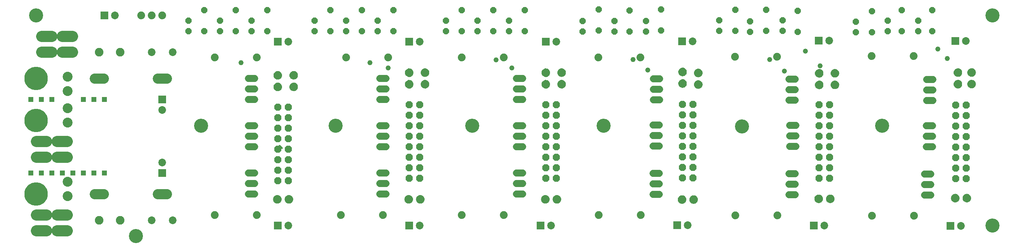
<source format=gbs>
G75*
%MOIN*%
%OFA0B0*%
%FSLAX25Y25*%
%IPPOS*%
%LPD*%
%AMOC8*
5,1,8,0,0,1.08239X$1,22.5*
%
%ADD10C,0.13398*%
%ADD11C,0.00100*%
%ADD12OC8,0.06800*%
%ADD13C,0.00500*%
%ADD14C,0.06800*%
%ADD15R,0.07300X0.07300*%
%ADD16C,0.07300*%
%ADD17C,0.07400*%
%ADD18C,0.08200*%
%ADD19C,0.09650*%
%ADD20OC8,0.06000*%
%ADD21C,0.09400*%
%ADD22C,0.22300*%
%ADD23C,0.10643*%
%ADD24C,0.04762*%
%ADD25R,0.04762X0.04762*%
D10*
X0167923Y0019500D03*
X0229923Y0124500D03*
X0357923Y0124500D03*
X0487923Y0124500D03*
X0612923Y0124500D03*
X0744723Y0123800D03*
X0877923Y0124500D03*
X0982923Y0029500D03*
X0982923Y0229500D03*
X0072923Y0229500D03*
D11*
X0303753Y0106239D02*
X0303771Y0102900D01*
X0307164Y0102846D01*
X0307173Y0103737D01*
X0304617Y0106239D01*
X0303753Y0106239D01*
X0303753Y0106190D02*
X0304667Y0106190D01*
X0304768Y0106091D02*
X0303754Y0106091D01*
X0303754Y0105993D02*
X0304868Y0105993D01*
X0304969Y0105894D02*
X0303755Y0105894D01*
X0303755Y0105796D02*
X0305070Y0105796D01*
X0305170Y0105697D02*
X0303756Y0105697D01*
X0303756Y0105599D02*
X0305271Y0105599D01*
X0305371Y0105500D02*
X0303757Y0105500D01*
X0303757Y0105402D02*
X0305472Y0105402D01*
X0305573Y0105303D02*
X0303758Y0105303D01*
X0303759Y0105205D02*
X0305673Y0105205D01*
X0305774Y0105106D02*
X0303759Y0105106D01*
X0303760Y0105008D02*
X0305875Y0105008D01*
X0305975Y0104909D02*
X0303760Y0104909D01*
X0303761Y0104811D02*
X0306076Y0104811D01*
X0306177Y0104712D02*
X0303761Y0104712D01*
X0303762Y0104614D02*
X0306277Y0104614D01*
X0306378Y0104515D02*
X0303762Y0104515D01*
X0303763Y0104417D02*
X0306478Y0104417D01*
X0306579Y0104318D02*
X0303763Y0104318D01*
X0303764Y0104220D02*
X0306680Y0104220D01*
X0306780Y0104121D02*
X0303764Y0104121D01*
X0303765Y0104023D02*
X0306881Y0104023D01*
X0306982Y0103924D02*
X0303765Y0103924D01*
X0303766Y0103826D02*
X0307082Y0103826D01*
X0307173Y0103727D02*
X0303766Y0103727D01*
X0303767Y0103629D02*
X0307172Y0103629D01*
X0307171Y0103530D02*
X0303768Y0103530D01*
X0303768Y0103432D02*
X0307170Y0103432D01*
X0307169Y0103333D02*
X0303769Y0103333D01*
X0303769Y0103235D02*
X0307168Y0103235D01*
X0307167Y0103136D02*
X0303770Y0103136D01*
X0303770Y0103038D02*
X0307166Y0103038D01*
X0307165Y0102939D02*
X0303771Y0102939D01*
D12*
X0302923Y0102000D03*
X0312923Y0102000D03*
X0312923Y0092000D03*
X0302923Y0092000D03*
X0302923Y0082000D03*
X0312923Y0082000D03*
X0312923Y0072000D03*
X0302923Y0072000D03*
X0427923Y0074500D03*
X0437923Y0074500D03*
X0437923Y0084500D03*
X0427923Y0084500D03*
X0427923Y0094500D03*
X0437923Y0094500D03*
X0437923Y0104500D03*
X0427923Y0104500D03*
X0427923Y0114500D03*
X0437923Y0114500D03*
X0437923Y0124500D03*
X0427923Y0124500D03*
X0427923Y0134500D03*
X0437923Y0134500D03*
X0437923Y0144500D03*
X0427923Y0144500D03*
X0312923Y0142000D03*
X0302923Y0142000D03*
X0302923Y0132000D03*
X0312923Y0132000D03*
X0312923Y0122000D03*
X0302923Y0122000D03*
X0302923Y0112000D03*
X0312923Y0112000D03*
X0557923Y0114500D03*
X0567923Y0114500D03*
X0567923Y0104500D03*
X0557923Y0104500D03*
X0557923Y0094500D03*
X0567923Y0094500D03*
X0567923Y0084500D03*
X0557923Y0084500D03*
X0557923Y0074500D03*
X0567923Y0074500D03*
X0688001Y0074833D03*
X0698001Y0074833D03*
X0698001Y0084833D03*
X0688001Y0084833D03*
X0688001Y0094833D03*
X0698001Y0094833D03*
X0698001Y0104833D03*
X0688001Y0104833D03*
X0688001Y0114833D03*
X0698001Y0114833D03*
X0698001Y0124833D03*
X0688001Y0124833D03*
X0688001Y0134833D03*
X0698001Y0134833D03*
X0698001Y0144833D03*
X0688001Y0144833D03*
X0567923Y0144500D03*
X0557923Y0144500D03*
X0557923Y0134500D03*
X0567923Y0134500D03*
X0567923Y0124500D03*
X0557923Y0124500D03*
X0818001Y0124532D03*
X0828001Y0124532D03*
X0828001Y0114532D03*
X0818001Y0114532D03*
X0818001Y0104532D03*
X0828001Y0104532D03*
X0828001Y0094532D03*
X0818001Y0094532D03*
X0818001Y0084532D03*
X0828001Y0084532D03*
X0828001Y0074532D03*
X0818001Y0074532D03*
X0948001Y0074231D03*
X0958001Y0074231D03*
X0958001Y0084231D03*
X0948001Y0084231D03*
X0948001Y0094231D03*
X0958001Y0094231D03*
X0958001Y0104231D03*
X0948001Y0104231D03*
X0948001Y0114231D03*
X0958001Y0114231D03*
X0958001Y0124231D03*
X0948001Y0124231D03*
X0948001Y0134231D03*
X0958001Y0134231D03*
X0958001Y0144231D03*
X0948001Y0144231D03*
X0828001Y0144532D03*
X0818001Y0144532D03*
X0818001Y0134532D03*
X0828001Y0134532D03*
D13*
X0832201Y0159746D02*
X0831511Y0159964D01*
X0830877Y0160312D01*
X0830323Y0160777D01*
X0829870Y0161341D01*
X0829536Y0161983D01*
X0829334Y0162677D01*
X0829271Y0163398D01*
X0829332Y0164123D01*
X0829534Y0164821D01*
X0829868Y0165467D01*
X0830322Y0166036D01*
X0830878Y0166505D01*
X0831515Y0166856D01*
X0832208Y0167076D01*
X0832931Y0167157D01*
X0833591Y0167108D01*
X0834232Y0166944D01*
X0834834Y0166672D01*
X0835381Y0166299D01*
X0835854Y0165837D01*
X0836240Y0165299D01*
X0836527Y0164703D01*
X0836706Y0164066D01*
X0836771Y0163408D01*
X0836704Y0162750D01*
X0836523Y0162113D01*
X0836235Y0161518D01*
X0835848Y0160981D01*
X0835373Y0160520D01*
X0834826Y0160149D01*
X0834222Y0159878D01*
X0833580Y0159716D01*
X0832921Y0159668D01*
X0832201Y0159746D01*
X0831299Y0160080D02*
X0834673Y0160080D01*
X0835433Y0160579D02*
X0830559Y0160579D01*
X0830082Y0161077D02*
X0835917Y0161077D01*
X0836263Y0161576D02*
X0829748Y0161576D01*
X0829509Y0162074D02*
X0836504Y0162074D01*
X0836654Y0162573D02*
X0829364Y0162573D01*
X0829299Y0163071D02*
X0836737Y0163071D01*
X0836755Y0163570D02*
X0829285Y0163570D01*
X0829328Y0164068D02*
X0836705Y0164068D01*
X0836565Y0164567D02*
X0829460Y0164567D01*
X0829660Y0165065D02*
X0836353Y0165065D01*
X0836050Y0165564D02*
X0829945Y0165564D01*
X0830354Y0166062D02*
X0835623Y0166062D01*
X0834997Y0166561D02*
X0830980Y0166561D01*
X0832154Y0167059D02*
X0833780Y0167059D01*
X0833580Y0170736D02*
X0832921Y0170688D01*
X0832201Y0170766D01*
X0831511Y0170984D01*
X0830877Y0171332D01*
X0830323Y0171797D01*
X0829870Y0172361D01*
X0829536Y0173003D01*
X0829334Y0173697D01*
X0829271Y0174418D01*
X0829332Y0175143D01*
X0829534Y0175842D01*
X0829868Y0176488D01*
X0830322Y0177056D01*
X0830878Y0177525D01*
X0831515Y0177876D01*
X0832208Y0178097D01*
X0832931Y0178178D01*
X0833591Y0178128D01*
X0834232Y0177964D01*
X0834834Y0177692D01*
X0835381Y0177319D01*
X0835854Y0176857D01*
X0836240Y0176319D01*
X0836527Y0175723D01*
X0836706Y0175086D01*
X0836771Y0174428D01*
X0836704Y0173770D01*
X0836523Y0173133D01*
X0836235Y0172538D01*
X0835848Y0172001D01*
X0835373Y0171540D01*
X0834826Y0171169D01*
X0834222Y0170898D01*
X0833580Y0170736D01*
X0834555Y0171047D02*
X0831395Y0171047D01*
X0830622Y0171546D02*
X0835379Y0171546D01*
X0835879Y0172044D02*
X0830124Y0172044D01*
X0829775Y0172543D02*
X0836238Y0172543D01*
X0836479Y0173041D02*
X0829525Y0173041D01*
X0829379Y0173540D02*
X0836639Y0173540D01*
X0836731Y0174039D02*
X0829304Y0174039D01*
X0829281Y0174537D02*
X0836760Y0174537D01*
X0836711Y0175036D02*
X0829323Y0175036D01*
X0829445Y0175534D02*
X0836580Y0175534D01*
X0836378Y0176033D02*
X0829633Y0176033D01*
X0829903Y0176531D02*
X0836088Y0176531D01*
X0835677Y0177030D02*
X0830301Y0177030D01*
X0830884Y0177528D02*
X0835074Y0177528D01*
X0833987Y0178027D02*
X0831988Y0178027D01*
X0821668Y0175119D02*
X0821731Y0174398D01*
X0821670Y0173673D01*
X0821468Y0172975D01*
X0821134Y0172329D01*
X0820680Y0171760D01*
X0820124Y0171291D01*
X0819487Y0170940D01*
X0818794Y0170720D01*
X0818071Y0170639D01*
X0817411Y0170688D01*
X0816770Y0170852D01*
X0816167Y0171124D01*
X0815621Y0171497D01*
X0815148Y0171959D01*
X0814762Y0172497D01*
X0814475Y0173093D01*
X0814296Y0173730D01*
X0814231Y0174388D01*
X0814298Y0175046D01*
X0814479Y0175683D01*
X0814767Y0176278D01*
X0815154Y0176815D01*
X0815629Y0177276D01*
X0816176Y0177647D01*
X0816780Y0177918D01*
X0817421Y0178080D01*
X0818081Y0178128D01*
X0818800Y0178050D01*
X0819490Y0177832D01*
X0820125Y0177484D01*
X0820679Y0177019D01*
X0821132Y0176455D01*
X0821466Y0175813D01*
X0821668Y0175119D01*
X0821676Y0175036D02*
X0814297Y0175036D01*
X0814246Y0174537D02*
X0821719Y0174537D01*
X0821701Y0174039D02*
X0814266Y0174039D01*
X0814350Y0173540D02*
X0821631Y0173540D01*
X0821487Y0173041D02*
X0814500Y0173041D01*
X0814740Y0172543D02*
X0821245Y0172543D01*
X0820907Y0172044D02*
X0815087Y0172044D01*
X0815571Y0171546D02*
X0820426Y0171546D01*
X0819682Y0171047D02*
X0816337Y0171047D01*
X0817418Y0167059D02*
X0818528Y0167059D01*
X0818800Y0167030D02*
X0819490Y0166812D01*
X0820125Y0166464D01*
X0820679Y0165999D01*
X0821132Y0165435D01*
X0821466Y0164793D01*
X0821668Y0164099D01*
X0821731Y0163378D01*
X0821670Y0162653D01*
X0821468Y0161954D01*
X0821134Y0161308D01*
X0820680Y0160740D01*
X0820124Y0160271D01*
X0819487Y0159920D01*
X0818794Y0159699D01*
X0818071Y0159618D01*
X0817411Y0159668D01*
X0816770Y0159832D01*
X0816167Y0160104D01*
X0815621Y0160477D01*
X0815148Y0160939D01*
X0814762Y0161477D01*
X0814475Y0162073D01*
X0814296Y0162710D01*
X0814231Y0163368D01*
X0814298Y0164026D01*
X0814479Y0164663D01*
X0814767Y0165258D01*
X0815154Y0165795D01*
X0815629Y0166256D01*
X0816176Y0166627D01*
X0816780Y0166898D01*
X0817421Y0167060D01*
X0818081Y0167108D01*
X0818800Y0167030D01*
X0819949Y0166561D02*
X0816078Y0166561D01*
X0815430Y0166062D02*
X0820604Y0166062D01*
X0821029Y0165564D02*
X0814987Y0165564D01*
X0814673Y0165065D02*
X0821324Y0165065D01*
X0821532Y0164567D02*
X0814451Y0164567D01*
X0814310Y0164068D02*
X0821671Y0164068D01*
X0821714Y0163570D02*
X0814251Y0163570D01*
X0814260Y0163071D02*
X0821705Y0163071D01*
X0821646Y0162573D02*
X0814335Y0162573D01*
X0814475Y0162074D02*
X0821502Y0162074D01*
X0821272Y0161576D02*
X0814714Y0161576D01*
X0815049Y0161077D02*
X0820949Y0161077D01*
X0820488Y0160579D02*
X0815517Y0160579D01*
X0816220Y0160080D02*
X0819777Y0160080D01*
X0821547Y0175534D02*
X0814436Y0175534D01*
X0814648Y0176033D02*
X0821352Y0176033D01*
X0821071Y0176531D02*
X0814949Y0176531D01*
X0815375Y0177030D02*
X0820667Y0177030D01*
X0820045Y0177528D02*
X0816000Y0177528D01*
X0817209Y0178027D02*
X0818874Y0178027D01*
X0706771Y0174729D02*
X0706704Y0174071D01*
X0706523Y0173434D01*
X0706235Y0172839D01*
X0705848Y0172302D01*
X0705373Y0171841D01*
X0704826Y0171470D01*
X0704222Y0171199D01*
X0703580Y0171037D01*
X0702921Y0170989D01*
X0702201Y0171067D01*
X0701511Y0171285D01*
X0700877Y0171633D01*
X0700323Y0172098D01*
X0699870Y0172662D01*
X0699536Y0173304D01*
X0699334Y0173998D01*
X0699271Y0174719D01*
X0699332Y0175444D01*
X0699534Y0176143D01*
X0699868Y0176789D01*
X0700322Y0177357D01*
X0700878Y0177826D01*
X0701515Y0178177D01*
X0702208Y0178398D01*
X0702931Y0178479D01*
X0703591Y0178429D01*
X0704232Y0178265D01*
X0704834Y0177993D01*
X0705381Y0177620D01*
X0705854Y0177158D01*
X0706240Y0176620D01*
X0706527Y0176024D01*
X0706706Y0175387D01*
X0706771Y0174729D01*
X0706751Y0174537D02*
X0699287Y0174537D01*
X0699298Y0175036D02*
X0706741Y0175036D01*
X0706664Y0175534D02*
X0699358Y0175534D01*
X0699502Y0176033D02*
X0706523Y0176033D01*
X0706283Y0176531D02*
X0699735Y0176531D01*
X0700061Y0177030D02*
X0705946Y0177030D01*
X0705475Y0177528D02*
X0700525Y0177528D01*
X0701242Y0178027D02*
X0704760Y0178027D01*
X0706695Y0174039D02*
X0699330Y0174039D01*
X0699467Y0173540D02*
X0706553Y0173540D01*
X0706333Y0173041D02*
X0699672Y0173041D01*
X0699965Y0172543D02*
X0706021Y0172543D01*
X0705582Y0172044D02*
X0700386Y0172044D01*
X0701035Y0171546D02*
X0704938Y0171546D01*
X0703622Y0171047D02*
X0702384Y0171047D01*
X0702931Y0167458D02*
X0703591Y0167409D01*
X0704232Y0167245D01*
X0704834Y0166973D01*
X0705381Y0166600D01*
X0705854Y0166138D01*
X0706240Y0165600D01*
X0706527Y0165004D01*
X0706706Y0164367D01*
X0706771Y0163709D01*
X0706704Y0163051D01*
X0706523Y0162414D01*
X0706235Y0161819D01*
X0705848Y0161282D01*
X0705373Y0160821D01*
X0704826Y0160450D01*
X0704222Y0160179D01*
X0703580Y0160017D01*
X0702921Y0159969D01*
X0702201Y0160047D01*
X0701511Y0160265D01*
X0700877Y0160613D01*
X0700323Y0161078D01*
X0699870Y0161642D01*
X0699536Y0162284D01*
X0699334Y0162978D01*
X0699271Y0163699D01*
X0699332Y0164424D01*
X0699534Y0165122D01*
X0699868Y0165768D01*
X0700322Y0166337D01*
X0700878Y0166806D01*
X0701515Y0167157D01*
X0702208Y0167377D01*
X0702931Y0167458D01*
X0701338Y0167059D02*
X0704643Y0167059D01*
X0705421Y0166561D02*
X0700588Y0166561D01*
X0700103Y0166062D02*
X0705908Y0166062D01*
X0706258Y0165564D02*
X0699762Y0165564D01*
X0699517Y0165065D02*
X0706497Y0165065D01*
X0706650Y0164567D02*
X0699374Y0164567D01*
X0699302Y0164068D02*
X0706735Y0164068D01*
X0706757Y0163570D02*
X0699282Y0163570D01*
X0699325Y0163071D02*
X0706706Y0163071D01*
X0706568Y0162573D02*
X0699452Y0162573D01*
X0699645Y0162074D02*
X0706359Y0162074D01*
X0706060Y0161576D02*
X0699923Y0161576D01*
X0700323Y0161077D02*
X0705637Y0161077D01*
X0705016Y0160579D02*
X0700939Y0160579D01*
X0702097Y0160080D02*
X0703832Y0160080D01*
X0691559Y0163570D02*
X0684420Y0163570D01*
X0684475Y0163374D02*
X0684296Y0164011D01*
X0684231Y0164669D01*
X0684298Y0165327D01*
X0684479Y0165964D01*
X0684767Y0166559D01*
X0685154Y0167096D01*
X0685629Y0167557D01*
X0686176Y0167928D01*
X0686780Y0168199D01*
X0687421Y0168361D01*
X0688081Y0168409D01*
X0688800Y0168331D01*
X0689490Y0168113D01*
X0690125Y0167765D01*
X0690679Y0167300D01*
X0691132Y0166736D01*
X0691466Y0166094D01*
X0691668Y0165400D01*
X0691731Y0164679D01*
X0691670Y0163954D01*
X0691468Y0163255D01*
X0691134Y0162609D01*
X0690680Y0162041D01*
X0690124Y0161572D01*
X0689487Y0161221D01*
X0688794Y0161000D01*
X0688071Y0160919D01*
X0687411Y0160969D01*
X0686770Y0161133D01*
X0686167Y0161405D01*
X0685621Y0161778D01*
X0685148Y0162240D01*
X0684762Y0162778D01*
X0684475Y0163374D01*
X0684621Y0163071D02*
X0691373Y0163071D01*
X0691104Y0162573D02*
X0684909Y0162573D01*
X0685318Y0162074D02*
X0690706Y0162074D01*
X0690128Y0161576D02*
X0685917Y0161576D01*
X0686988Y0161077D02*
X0689035Y0161077D01*
X0691679Y0164068D02*
X0684291Y0164068D01*
X0684241Y0164567D02*
X0691722Y0164567D01*
X0691697Y0165065D02*
X0684271Y0165065D01*
X0684365Y0165564D02*
X0691620Y0165564D01*
X0691475Y0166062D02*
X0684526Y0166062D01*
X0684768Y0166561D02*
X0691223Y0166561D01*
X0690872Y0167059D02*
X0685128Y0167059D01*
X0685630Y0167558D02*
X0690372Y0167558D01*
X0689594Y0168056D02*
X0686462Y0168056D01*
X0687411Y0171989D02*
X0686770Y0172153D01*
X0686167Y0172425D01*
X0685621Y0172798D01*
X0685148Y0173260D01*
X0684762Y0173798D01*
X0684475Y0174394D01*
X0684296Y0175031D01*
X0684231Y0175689D01*
X0684298Y0176347D01*
X0684479Y0176984D01*
X0684767Y0177579D01*
X0685154Y0178116D01*
X0685629Y0178577D01*
X0686176Y0178948D01*
X0686780Y0179219D01*
X0687421Y0179381D01*
X0688081Y0179429D01*
X0688800Y0179351D01*
X0689490Y0179133D01*
X0690125Y0178785D01*
X0690679Y0178320D01*
X0691132Y0177756D01*
X0691466Y0177114D01*
X0691668Y0176420D01*
X0691731Y0175699D01*
X0691670Y0174974D01*
X0691468Y0174276D01*
X0691134Y0173630D01*
X0690680Y0173061D01*
X0690124Y0172592D01*
X0689487Y0172241D01*
X0688794Y0172021D01*
X0688071Y0171940D01*
X0687411Y0171989D01*
X0687195Y0172044D02*
X0688869Y0172044D01*
X0690034Y0172543D02*
X0685995Y0172543D01*
X0685372Y0173041D02*
X0690656Y0173041D01*
X0691062Y0173540D02*
X0684947Y0173540D01*
X0684646Y0174039D02*
X0691345Y0174039D01*
X0691543Y0174537D02*
X0684435Y0174537D01*
X0684296Y0175036D02*
X0691675Y0175036D01*
X0691717Y0175534D02*
X0684246Y0175534D01*
X0684266Y0176033D02*
X0691702Y0176033D01*
X0691636Y0176531D02*
X0684350Y0176531D01*
X0684501Y0177030D02*
X0691491Y0177030D01*
X0691251Y0177528D02*
X0684742Y0177528D01*
X0685090Y0178027D02*
X0690915Y0178027D01*
X0690435Y0178525D02*
X0685576Y0178525D01*
X0686344Y0179024D02*
X0689690Y0179024D01*
X0576693Y0175030D02*
X0576626Y0174372D01*
X0576445Y0173735D01*
X0576157Y0173140D01*
X0575770Y0172603D01*
X0575295Y0172142D01*
X0574748Y0171771D01*
X0574144Y0171500D01*
X0573502Y0171338D01*
X0572843Y0171290D01*
X0572123Y0171368D01*
X0571433Y0171586D01*
X0570799Y0171934D01*
X0570245Y0172399D01*
X0569792Y0172963D01*
X0569458Y0173605D01*
X0569256Y0174299D01*
X0569193Y0175020D01*
X0569254Y0175745D01*
X0569456Y0176444D01*
X0569790Y0177090D01*
X0570244Y0177658D01*
X0570800Y0178127D01*
X0571437Y0178478D01*
X0572130Y0178699D01*
X0572853Y0178780D01*
X0573513Y0178730D01*
X0574154Y0178566D01*
X0574756Y0178294D01*
X0575303Y0177921D01*
X0575776Y0177459D01*
X0576162Y0176921D01*
X0576449Y0176325D01*
X0576628Y0175688D01*
X0576693Y0175030D01*
X0576692Y0175036D02*
X0569194Y0175036D01*
X0569236Y0175534D02*
X0576643Y0175534D01*
X0576531Y0176033D02*
X0569337Y0176033D01*
X0569501Y0176531D02*
X0576350Y0176531D01*
X0576084Y0177030D02*
X0569759Y0177030D01*
X0570140Y0177528D02*
X0575705Y0177528D01*
X0575148Y0178027D02*
X0570681Y0178027D01*
X0571585Y0178525D02*
X0574245Y0178525D01*
X0576643Y0174537D02*
X0569235Y0174537D01*
X0569332Y0174039D02*
X0576531Y0174039D01*
X0576351Y0173540D02*
X0569492Y0173540D01*
X0569751Y0173041D02*
X0576086Y0173041D01*
X0575708Y0172543D02*
X0570129Y0172543D01*
X0570667Y0172044D02*
X0575151Y0172044D01*
X0574247Y0171546D02*
X0571560Y0171546D01*
X0561592Y0174275D02*
X0561390Y0173577D01*
X0561056Y0172931D01*
X0560602Y0172362D01*
X0560046Y0171893D01*
X0559409Y0171542D01*
X0558716Y0171322D01*
X0557993Y0171241D01*
X0557333Y0171290D01*
X0556692Y0171454D01*
X0556089Y0171726D01*
X0555543Y0172099D01*
X0555070Y0172561D01*
X0554684Y0173099D01*
X0554397Y0173695D01*
X0554218Y0174332D01*
X0554153Y0174990D01*
X0554220Y0175648D01*
X0554401Y0176285D01*
X0554689Y0176880D01*
X0555076Y0177417D01*
X0555551Y0177878D01*
X0556098Y0178249D01*
X0556702Y0178520D01*
X0557343Y0178682D01*
X0558003Y0178730D01*
X0558722Y0178652D01*
X0559412Y0178434D01*
X0560047Y0178086D01*
X0560601Y0177621D01*
X0561054Y0177057D01*
X0561388Y0176415D01*
X0561590Y0175721D01*
X0561653Y0175000D01*
X0561592Y0174275D01*
X0561523Y0174039D02*
X0554301Y0174039D01*
X0554198Y0174537D02*
X0561614Y0174537D01*
X0561650Y0175036D02*
X0554157Y0175036D01*
X0554208Y0175534D02*
X0561607Y0175534D01*
X0561499Y0176033D02*
X0554329Y0176033D01*
X0554520Y0176531D02*
X0561328Y0176531D01*
X0561068Y0177030D02*
X0554797Y0177030D01*
X0555191Y0177528D02*
X0560676Y0177528D01*
X0560118Y0178027D02*
X0555770Y0178027D01*
X0556721Y0178525D02*
X0559124Y0178525D01*
X0561371Y0173540D02*
X0554472Y0173540D01*
X0554725Y0173041D02*
X0561113Y0173041D01*
X0560746Y0172543D02*
X0555088Y0172543D01*
X0555623Y0172044D02*
X0560225Y0172044D01*
X0559416Y0171546D02*
X0556488Y0171546D01*
X0557343Y0167662D02*
X0558003Y0167710D01*
X0558722Y0167632D01*
X0559412Y0167414D01*
X0560047Y0167066D01*
X0560601Y0166601D01*
X0561054Y0166037D01*
X0561388Y0165395D01*
X0561590Y0164701D01*
X0561653Y0163980D01*
X0561592Y0163255D01*
X0561390Y0162556D01*
X0561056Y0161910D01*
X0560602Y0161342D01*
X0560046Y0160873D01*
X0559409Y0160522D01*
X0558716Y0160301D01*
X0557993Y0160220D01*
X0557333Y0160270D01*
X0556692Y0160434D01*
X0556089Y0160706D01*
X0555543Y0161079D01*
X0555070Y0161541D01*
X0554684Y0162079D01*
X0554397Y0162675D01*
X0554218Y0163312D01*
X0554153Y0163970D01*
X0554220Y0164628D01*
X0554401Y0165265D01*
X0554689Y0165860D01*
X0555076Y0166397D01*
X0555551Y0166858D01*
X0556098Y0167229D01*
X0556702Y0167500D01*
X0557343Y0167662D01*
X0556930Y0167558D02*
X0558956Y0167558D01*
X0560055Y0167059D02*
X0555848Y0167059D01*
X0555245Y0166561D02*
X0560633Y0166561D01*
X0561034Y0166062D02*
X0554835Y0166062D01*
X0554545Y0165564D02*
X0561300Y0165564D01*
X0561484Y0165065D02*
X0554344Y0165065D01*
X0554214Y0164567D02*
X0561602Y0164567D01*
X0561646Y0164068D02*
X0554163Y0164068D01*
X0554193Y0163570D02*
X0561618Y0163570D01*
X0561539Y0163071D02*
X0554286Y0163071D01*
X0554446Y0162573D02*
X0561395Y0162573D01*
X0561140Y0162074D02*
X0554687Y0162074D01*
X0555045Y0161576D02*
X0560788Y0161576D01*
X0560288Y0161077D02*
X0555546Y0161077D01*
X0556371Y0160579D02*
X0559512Y0160579D01*
X0569256Y0163279D02*
X0569193Y0164000D01*
X0569254Y0164725D01*
X0569456Y0165423D01*
X0569790Y0166069D01*
X0570244Y0166638D01*
X0570800Y0167107D01*
X0571437Y0167458D01*
X0572130Y0167678D01*
X0572853Y0167759D01*
X0573513Y0167710D01*
X0574154Y0167546D01*
X0574756Y0167274D01*
X0575303Y0166901D01*
X0575776Y0166439D01*
X0576162Y0165901D01*
X0576449Y0165305D01*
X0576628Y0164668D01*
X0576693Y0164010D01*
X0576626Y0163352D01*
X0576445Y0162715D01*
X0576157Y0162120D01*
X0575770Y0161583D01*
X0575295Y0161122D01*
X0574748Y0160751D01*
X0574144Y0160480D01*
X0573502Y0160318D01*
X0572843Y0160270D01*
X0572123Y0160348D01*
X0571433Y0160566D01*
X0570799Y0160914D01*
X0570245Y0161379D01*
X0569792Y0161943D01*
X0569458Y0162585D01*
X0569256Y0163279D01*
X0569316Y0163071D02*
X0576546Y0163071D01*
X0576648Y0163570D02*
X0569230Y0163570D01*
X0569198Y0164068D02*
X0576687Y0164068D01*
X0576638Y0164567D02*
X0569241Y0164567D01*
X0569353Y0165065D02*
X0576516Y0165065D01*
X0576324Y0165564D02*
X0569529Y0165564D01*
X0569787Y0166062D02*
X0576046Y0166062D01*
X0575651Y0166561D02*
X0570183Y0166561D01*
X0570744Y0167059D02*
X0575071Y0167059D01*
X0574108Y0167558D02*
X0571751Y0167558D01*
X0569464Y0162573D02*
X0576376Y0162573D01*
X0576124Y0162074D02*
X0569724Y0162074D01*
X0570087Y0161576D02*
X0575762Y0161576D01*
X0575229Y0161077D02*
X0570604Y0161077D01*
X0571410Y0160579D02*
X0574365Y0160579D01*
X0446693Y0164010D02*
X0446626Y0163352D01*
X0446445Y0162715D01*
X0446157Y0162120D01*
X0445770Y0161583D01*
X0445295Y0161122D01*
X0444748Y0160751D01*
X0444144Y0160480D01*
X0443502Y0160318D01*
X0442843Y0160270D01*
X0442123Y0160348D01*
X0441433Y0160566D01*
X0440799Y0160914D01*
X0440245Y0161379D01*
X0439792Y0161943D01*
X0439458Y0162585D01*
X0439256Y0163279D01*
X0439193Y0164000D01*
X0439254Y0164725D01*
X0439456Y0165423D01*
X0439790Y0166069D01*
X0440244Y0166638D01*
X0440800Y0167107D01*
X0441437Y0167458D01*
X0442130Y0167678D01*
X0442853Y0167759D01*
X0443513Y0167710D01*
X0444154Y0167546D01*
X0444756Y0167274D01*
X0445303Y0166901D01*
X0445776Y0166439D01*
X0446162Y0165901D01*
X0446449Y0165305D01*
X0446628Y0164668D01*
X0446693Y0164010D01*
X0446687Y0164068D02*
X0439198Y0164068D01*
X0439230Y0163570D02*
X0446648Y0163570D01*
X0446546Y0163071D02*
X0439316Y0163071D01*
X0439464Y0162573D02*
X0446376Y0162573D01*
X0446124Y0162074D02*
X0439724Y0162074D01*
X0440087Y0161576D02*
X0445762Y0161576D01*
X0445229Y0161077D02*
X0440604Y0161077D01*
X0441410Y0160579D02*
X0444365Y0160579D01*
X0431592Y0163255D02*
X0431390Y0162556D01*
X0431056Y0161910D01*
X0430602Y0161342D01*
X0430046Y0160873D01*
X0429409Y0160522D01*
X0428716Y0160301D01*
X0427993Y0160220D01*
X0427333Y0160270D01*
X0426692Y0160434D01*
X0426089Y0160706D01*
X0425543Y0161079D01*
X0425070Y0161541D01*
X0424684Y0162079D01*
X0424397Y0162675D01*
X0424218Y0163312D01*
X0424153Y0163970D01*
X0424220Y0164628D01*
X0424401Y0165265D01*
X0424689Y0165860D01*
X0425076Y0166397D01*
X0425551Y0166858D01*
X0426098Y0167229D01*
X0426702Y0167500D01*
X0427343Y0167662D01*
X0428003Y0167710D01*
X0428722Y0167632D01*
X0429412Y0167414D01*
X0430047Y0167066D01*
X0430601Y0166601D01*
X0431054Y0166037D01*
X0431388Y0165395D01*
X0431590Y0164701D01*
X0431653Y0163980D01*
X0431592Y0163255D01*
X0431539Y0163071D02*
X0424286Y0163071D01*
X0424193Y0163570D02*
X0431618Y0163570D01*
X0431646Y0164068D02*
X0424163Y0164068D01*
X0424214Y0164567D02*
X0431602Y0164567D01*
X0431484Y0165065D02*
X0424344Y0165065D01*
X0424545Y0165564D02*
X0431300Y0165564D01*
X0431034Y0166062D02*
X0424835Y0166062D01*
X0425245Y0166561D02*
X0430633Y0166561D01*
X0430055Y0167059D02*
X0425848Y0167059D01*
X0426930Y0167558D02*
X0428956Y0167558D01*
X0428716Y0171322D02*
X0427993Y0171241D01*
X0427333Y0171290D01*
X0426692Y0171454D01*
X0426089Y0171726D01*
X0425543Y0172099D01*
X0425070Y0172561D01*
X0424684Y0173099D01*
X0424397Y0173695D01*
X0424218Y0174332D01*
X0424153Y0174990D01*
X0424220Y0175648D01*
X0424401Y0176285D01*
X0424689Y0176880D01*
X0425076Y0177417D01*
X0425551Y0177878D01*
X0426098Y0178249D01*
X0426702Y0178520D01*
X0427343Y0178682D01*
X0428003Y0178730D01*
X0428722Y0178652D01*
X0429412Y0178434D01*
X0430047Y0178086D01*
X0430601Y0177621D01*
X0431054Y0177057D01*
X0431388Y0176415D01*
X0431590Y0175721D01*
X0431653Y0175000D01*
X0431592Y0174275D01*
X0431390Y0173577D01*
X0431056Y0172931D01*
X0430602Y0172362D01*
X0430046Y0171893D01*
X0429409Y0171542D01*
X0428716Y0171322D01*
X0429416Y0171546D02*
X0426488Y0171546D01*
X0425623Y0172044D02*
X0430225Y0172044D01*
X0430746Y0172543D02*
X0425088Y0172543D01*
X0424725Y0173041D02*
X0431113Y0173041D01*
X0431371Y0173540D02*
X0424472Y0173540D01*
X0424301Y0174039D02*
X0431523Y0174039D01*
X0431614Y0174537D02*
X0424198Y0174537D01*
X0424157Y0175036D02*
X0431650Y0175036D01*
X0431607Y0175534D02*
X0424208Y0175534D01*
X0424329Y0176033D02*
X0431499Y0176033D01*
X0431328Y0176531D02*
X0424520Y0176531D01*
X0424797Y0177030D02*
X0431068Y0177030D01*
X0430676Y0177528D02*
X0425191Y0177528D01*
X0425770Y0178027D02*
X0430118Y0178027D01*
X0429124Y0178525D02*
X0426721Y0178525D01*
X0439254Y0175745D02*
X0439456Y0176444D01*
X0439790Y0177090D01*
X0440244Y0177658D01*
X0440800Y0178127D01*
X0441437Y0178478D01*
X0442130Y0178699D01*
X0442853Y0178780D01*
X0443513Y0178730D01*
X0444154Y0178566D01*
X0444756Y0178294D01*
X0445303Y0177921D01*
X0445776Y0177459D01*
X0446162Y0176921D01*
X0446449Y0176325D01*
X0446628Y0175688D01*
X0446693Y0175030D01*
X0446626Y0174372D01*
X0446445Y0173735D01*
X0446157Y0173140D01*
X0445770Y0172603D01*
X0445295Y0172142D01*
X0444748Y0171771D01*
X0444144Y0171500D01*
X0443502Y0171338D01*
X0442843Y0171290D01*
X0442123Y0171368D01*
X0441433Y0171586D01*
X0440799Y0171934D01*
X0440245Y0172399D01*
X0439792Y0172963D01*
X0439458Y0173605D01*
X0439256Y0174299D01*
X0439193Y0175020D01*
X0439254Y0175745D01*
X0439236Y0175534D02*
X0446643Y0175534D01*
X0446692Y0175036D02*
X0439194Y0175036D01*
X0439235Y0174537D02*
X0446643Y0174537D01*
X0446531Y0174039D02*
X0439332Y0174039D01*
X0439492Y0173540D02*
X0446351Y0173540D01*
X0446086Y0173041D02*
X0439751Y0173041D01*
X0440129Y0172543D02*
X0445708Y0172543D01*
X0445151Y0172044D02*
X0440667Y0172044D01*
X0441560Y0171546D02*
X0444247Y0171546D01*
X0446531Y0176033D02*
X0439337Y0176033D01*
X0439501Y0176531D02*
X0446350Y0176531D01*
X0446084Y0177030D02*
X0439759Y0177030D01*
X0440140Y0177528D02*
X0445705Y0177528D01*
X0445148Y0178027D02*
X0440681Y0178027D01*
X0441585Y0178525D02*
X0444245Y0178525D01*
X0444108Y0167558D02*
X0441751Y0167558D01*
X0440744Y0167059D02*
X0445071Y0167059D01*
X0445651Y0166561D02*
X0440183Y0166561D01*
X0439787Y0166062D02*
X0446046Y0166062D01*
X0446324Y0165564D02*
X0439529Y0165564D01*
X0439353Y0165065D02*
X0446516Y0165065D01*
X0446638Y0164567D02*
X0439241Y0164567D01*
X0431395Y0162573D02*
X0424446Y0162573D01*
X0424687Y0162074D02*
X0431140Y0162074D01*
X0430788Y0161576D02*
X0425045Y0161576D01*
X0425546Y0161077D02*
X0430288Y0161077D01*
X0429512Y0160579D02*
X0426371Y0160579D01*
X0321693Y0161510D02*
X0321626Y0160852D01*
X0321445Y0160215D01*
X0321157Y0159620D01*
X0320770Y0159083D01*
X0320295Y0158622D01*
X0319748Y0158251D01*
X0319144Y0157980D01*
X0318502Y0157818D01*
X0317843Y0157770D01*
X0317123Y0157848D01*
X0316433Y0158066D01*
X0315799Y0158414D01*
X0315245Y0158879D01*
X0314792Y0159443D01*
X0314458Y0160085D01*
X0314256Y0160779D01*
X0314193Y0161500D01*
X0314254Y0162225D01*
X0314456Y0162923D01*
X0314790Y0163569D01*
X0315244Y0164138D01*
X0315800Y0164607D01*
X0316437Y0164958D01*
X0317130Y0165178D01*
X0317853Y0165259D01*
X0318513Y0165210D01*
X0319154Y0165046D01*
X0319756Y0164774D01*
X0320303Y0164401D01*
X0320776Y0163939D01*
X0321162Y0163401D01*
X0321449Y0162805D01*
X0321628Y0162168D01*
X0321693Y0161510D01*
X0321686Y0161576D02*
X0314199Y0161576D01*
X0314230Y0161077D02*
X0321649Y0161077D01*
X0321548Y0160579D02*
X0314314Y0160579D01*
X0314460Y0160080D02*
X0321380Y0160080D01*
X0321130Y0159582D02*
X0314720Y0159582D01*
X0315081Y0159083D02*
X0320770Y0159083D01*
X0320240Y0158585D02*
X0315595Y0158585D01*
X0316396Y0158086D02*
X0319381Y0158086D01*
X0306592Y0160755D02*
X0306390Y0160056D01*
X0306056Y0159410D01*
X0305602Y0158842D01*
X0305046Y0158373D01*
X0304409Y0158022D01*
X0303716Y0157801D01*
X0302993Y0157720D01*
X0302333Y0157770D01*
X0301692Y0157934D01*
X0301089Y0158206D01*
X0300543Y0158579D01*
X0300070Y0159041D01*
X0299684Y0159579D01*
X0299397Y0160175D01*
X0299218Y0160812D01*
X0299153Y0161470D01*
X0299220Y0162128D01*
X0299401Y0162765D01*
X0299689Y0163360D01*
X0300076Y0163897D01*
X0300551Y0164358D01*
X0301098Y0164729D01*
X0301702Y0165000D01*
X0302343Y0165162D01*
X0303003Y0165210D01*
X0303722Y0165132D01*
X0304412Y0164914D01*
X0305047Y0164566D01*
X0305601Y0164101D01*
X0306054Y0163537D01*
X0306388Y0162895D01*
X0306590Y0162201D01*
X0306653Y0161480D01*
X0306592Y0160755D01*
X0306541Y0160579D02*
X0299284Y0160579D01*
X0299192Y0161077D02*
X0306619Y0161077D01*
X0306645Y0161576D02*
X0299164Y0161576D01*
X0299215Y0162074D02*
X0306601Y0162074D01*
X0306482Y0162573D02*
X0299346Y0162573D01*
X0299549Y0163071D02*
X0306296Y0163071D01*
X0306028Y0163570D02*
X0299840Y0163570D01*
X0300253Y0164068D02*
X0305627Y0164068D01*
X0305046Y0164567D02*
X0300859Y0164567D01*
X0301960Y0165065D02*
X0303933Y0165065D01*
X0303716Y0168822D02*
X0302993Y0168741D01*
X0302333Y0168790D01*
X0301692Y0168954D01*
X0301089Y0169226D01*
X0300543Y0169599D01*
X0300070Y0170061D01*
X0299684Y0170599D01*
X0299397Y0171195D01*
X0299218Y0171832D01*
X0299153Y0172490D01*
X0299220Y0173148D01*
X0299401Y0173785D01*
X0299689Y0174380D01*
X0300076Y0174917D01*
X0300551Y0175378D01*
X0301098Y0175749D01*
X0301702Y0176020D01*
X0302343Y0176182D01*
X0303003Y0176230D01*
X0303722Y0176152D01*
X0304412Y0175934D01*
X0305047Y0175586D01*
X0305601Y0175121D01*
X0306054Y0174557D01*
X0306388Y0173915D01*
X0306590Y0173221D01*
X0306653Y0172500D01*
X0306592Y0171775D01*
X0306390Y0171077D01*
X0306056Y0170431D01*
X0305602Y0169862D01*
X0305046Y0169393D01*
X0304409Y0169042D01*
X0303716Y0168822D01*
X0304430Y0169053D02*
X0301472Y0169053D01*
X0300612Y0169552D02*
X0305234Y0169552D01*
X0305752Y0170050D02*
X0300081Y0170050D01*
X0299720Y0170549D02*
X0306117Y0170549D01*
X0306375Y0171047D02*
X0299468Y0171047D01*
X0299299Y0171546D02*
X0306525Y0171546D01*
X0306615Y0172044D02*
X0299197Y0172044D01*
X0299158Y0172543D02*
X0306649Y0172543D01*
X0306606Y0173041D02*
X0299209Y0173041D01*
X0299331Y0173540D02*
X0306497Y0173540D01*
X0306324Y0174039D02*
X0299523Y0174039D01*
X0299802Y0174537D02*
X0306064Y0174537D01*
X0305670Y0175036D02*
X0300198Y0175036D01*
X0300781Y0175534D02*
X0305109Y0175534D01*
X0304101Y0176033D02*
X0301750Y0176033D01*
X0314254Y0173245D02*
X0314456Y0173944D01*
X0314790Y0174590D01*
X0315244Y0175158D01*
X0315800Y0175627D01*
X0316437Y0175978D01*
X0317130Y0176199D01*
X0317853Y0176280D01*
X0318513Y0176230D01*
X0319154Y0176066D01*
X0319756Y0175794D01*
X0320303Y0175421D01*
X0320776Y0174959D01*
X0321162Y0174421D01*
X0321449Y0173825D01*
X0321628Y0173188D01*
X0321693Y0172530D01*
X0321626Y0171872D01*
X0321445Y0171235D01*
X0321157Y0170640D01*
X0320770Y0170103D01*
X0320295Y0169642D01*
X0319748Y0169271D01*
X0319144Y0169000D01*
X0318502Y0168838D01*
X0317843Y0168790D01*
X0317123Y0168868D01*
X0316433Y0169086D01*
X0315799Y0169434D01*
X0315245Y0169899D01*
X0314792Y0170463D01*
X0314458Y0171105D01*
X0314256Y0171799D01*
X0314193Y0172520D01*
X0314254Y0173245D01*
X0314237Y0173041D02*
X0321642Y0173041D01*
X0321692Y0172543D02*
X0314195Y0172543D01*
X0314234Y0172044D02*
X0321643Y0172044D01*
X0321533Y0171546D02*
X0314329Y0171546D01*
X0314488Y0171047D02*
X0321354Y0171047D01*
X0321091Y0170549D02*
X0314747Y0170549D01*
X0315123Y0170050D02*
X0320715Y0170050D01*
X0320162Y0169552D02*
X0315658Y0169552D01*
X0316536Y0169053D02*
X0319263Y0169053D01*
X0321529Y0173540D02*
X0314339Y0173540D01*
X0314505Y0174039D02*
X0321346Y0174039D01*
X0321079Y0174537D02*
X0314763Y0174537D01*
X0315146Y0175036D02*
X0320698Y0175036D01*
X0320137Y0175534D02*
X0315690Y0175534D01*
X0316608Y0176033D02*
X0319228Y0176033D01*
X0319079Y0165065D02*
X0316774Y0165065D01*
X0315753Y0164567D02*
X0320060Y0164567D01*
X0320643Y0164068D02*
X0315189Y0164068D01*
X0314791Y0163570D02*
X0321041Y0163570D01*
X0321321Y0163071D02*
X0314532Y0163071D01*
X0314355Y0162573D02*
X0321514Y0162573D01*
X0321637Y0162074D02*
X0314241Y0162074D01*
X0306397Y0160080D02*
X0299443Y0160080D01*
X0299682Y0159582D02*
X0306144Y0159582D01*
X0305794Y0159083D02*
X0300040Y0159083D01*
X0300537Y0158585D02*
X0305296Y0158585D01*
X0304525Y0158086D02*
X0301355Y0158086D01*
X0302423Y0058230D02*
X0301702Y0058167D01*
X0301008Y0057965D01*
X0300366Y0057631D01*
X0299802Y0057178D01*
X0299337Y0056624D01*
X0298989Y0055990D01*
X0298771Y0055300D01*
X0298693Y0054580D01*
X0298741Y0053920D01*
X0298903Y0053279D01*
X0299174Y0052675D01*
X0299545Y0052128D01*
X0300006Y0051653D01*
X0300543Y0051266D01*
X0301138Y0050978D01*
X0301775Y0050797D01*
X0302433Y0050730D01*
X0303091Y0050795D01*
X0303728Y0050974D01*
X0304324Y0051261D01*
X0304862Y0051647D01*
X0305324Y0052120D01*
X0305697Y0052666D01*
X0305969Y0053269D01*
X0306133Y0053910D01*
X0306182Y0054570D01*
X0306101Y0055293D01*
X0305881Y0055986D01*
X0305530Y0056623D01*
X0305061Y0057179D01*
X0304492Y0057633D01*
X0303846Y0057967D01*
X0303148Y0058169D01*
X0302423Y0058230D01*
X0300855Y0057885D02*
X0304004Y0057885D01*
X0304800Y0057387D02*
X0300062Y0057387D01*
X0299558Y0056888D02*
X0305306Y0056888D01*
X0305658Y0056390D02*
X0299208Y0056390D01*
X0298958Y0055891D02*
X0305911Y0055891D01*
X0306070Y0055393D02*
X0298801Y0055393D01*
X0298727Y0054894D02*
X0306146Y0054894D01*
X0306169Y0054396D02*
X0298706Y0054396D01*
X0298747Y0053897D02*
X0306129Y0053897D01*
X0306002Y0053399D02*
X0298872Y0053399D01*
X0299073Y0052900D02*
X0305802Y0052900D01*
X0305516Y0052402D02*
X0299359Y0052402D01*
X0299763Y0051903D02*
X0305112Y0051903D01*
X0304525Y0051405D02*
X0300350Y0051405D01*
X0301390Y0050906D02*
X0303486Y0050906D01*
X0309923Y0053279D02*
X0310194Y0052675D01*
X0310565Y0052128D01*
X0311026Y0051653D01*
X0311563Y0051266D01*
X0312158Y0050978D01*
X0312795Y0050797D01*
X0313453Y0050730D01*
X0314111Y0050795D01*
X0314748Y0050974D01*
X0315344Y0051261D01*
X0315882Y0051647D01*
X0316344Y0052120D01*
X0316717Y0052666D01*
X0316989Y0053269D01*
X0317153Y0053910D01*
X0317202Y0054570D01*
X0317121Y0055293D01*
X0316901Y0055986D01*
X0316550Y0056623D01*
X0316081Y0057179D01*
X0315512Y0057633D01*
X0314866Y0057967D01*
X0314168Y0058169D01*
X0313443Y0058230D01*
X0312722Y0058167D01*
X0312028Y0057965D01*
X0311386Y0057631D01*
X0310822Y0057178D01*
X0310357Y0056624D01*
X0310009Y0055990D01*
X0309791Y0055300D01*
X0309713Y0054580D01*
X0309761Y0053920D01*
X0309923Y0053279D01*
X0309892Y0053399D02*
X0317022Y0053399D01*
X0317149Y0053897D02*
X0309767Y0053897D01*
X0309726Y0054396D02*
X0317189Y0054396D01*
X0317166Y0054894D02*
X0309747Y0054894D01*
X0309821Y0055393D02*
X0317090Y0055393D01*
X0316931Y0055891D02*
X0309978Y0055891D01*
X0310228Y0056390D02*
X0316678Y0056390D01*
X0316326Y0056888D02*
X0310579Y0056888D01*
X0311082Y0057387D02*
X0315820Y0057387D01*
X0315024Y0057885D02*
X0311875Y0057885D01*
X0310093Y0052900D02*
X0316822Y0052900D01*
X0316536Y0052402D02*
X0310379Y0052402D01*
X0310783Y0051903D02*
X0316132Y0051903D01*
X0315545Y0051405D02*
X0311370Y0051405D01*
X0312410Y0050906D02*
X0314506Y0050906D01*
X0423693Y0054580D02*
X0423771Y0055300D01*
X0423989Y0055990D01*
X0424337Y0056624D01*
X0424802Y0057178D01*
X0425366Y0057631D01*
X0426008Y0057965D01*
X0426702Y0058167D01*
X0427423Y0058230D01*
X0428148Y0058169D01*
X0428846Y0057967D01*
X0429492Y0057633D01*
X0430061Y0057179D01*
X0430530Y0056623D01*
X0430881Y0055986D01*
X0431101Y0055293D01*
X0431182Y0054570D01*
X0431133Y0053910D01*
X0430969Y0053269D01*
X0430697Y0052666D01*
X0430324Y0052120D01*
X0429862Y0051647D01*
X0429324Y0051261D01*
X0428728Y0050974D01*
X0428091Y0050795D01*
X0427433Y0050730D01*
X0426775Y0050797D01*
X0426138Y0050978D01*
X0425543Y0051266D01*
X0425006Y0051653D01*
X0424545Y0052128D01*
X0424174Y0052675D01*
X0423903Y0053279D01*
X0423741Y0053920D01*
X0423693Y0054580D01*
X0423706Y0054396D02*
X0431169Y0054396D01*
X0431146Y0054894D02*
X0423727Y0054894D01*
X0423801Y0055393D02*
X0431070Y0055393D01*
X0430911Y0055891D02*
X0423958Y0055891D01*
X0424208Y0056390D02*
X0430658Y0056390D01*
X0430306Y0056888D02*
X0424558Y0056888D01*
X0425062Y0057387D02*
X0429800Y0057387D01*
X0429004Y0057885D02*
X0425855Y0057885D01*
X0423747Y0053897D02*
X0431129Y0053897D01*
X0431002Y0053399D02*
X0423872Y0053399D01*
X0424073Y0052900D02*
X0430802Y0052900D01*
X0430516Y0052402D02*
X0424359Y0052402D01*
X0424763Y0051903D02*
X0430112Y0051903D01*
X0429525Y0051405D02*
X0425350Y0051405D01*
X0426390Y0050906D02*
X0428486Y0050906D01*
X0434923Y0053279D02*
X0435194Y0052675D01*
X0435565Y0052128D01*
X0436026Y0051653D01*
X0436563Y0051266D01*
X0437158Y0050978D01*
X0437795Y0050797D01*
X0438453Y0050730D01*
X0439111Y0050795D01*
X0439748Y0050974D01*
X0440344Y0051261D01*
X0440882Y0051647D01*
X0441344Y0052120D01*
X0441717Y0052666D01*
X0441989Y0053269D01*
X0442153Y0053910D01*
X0442202Y0054570D01*
X0442121Y0055293D01*
X0441901Y0055986D01*
X0441550Y0056623D01*
X0441081Y0057179D01*
X0440512Y0057633D01*
X0439866Y0057967D01*
X0439168Y0058169D01*
X0438443Y0058230D01*
X0437722Y0058167D01*
X0437028Y0057965D01*
X0436386Y0057631D01*
X0435822Y0057178D01*
X0435357Y0056624D01*
X0435009Y0055990D01*
X0434791Y0055300D01*
X0434713Y0054580D01*
X0434761Y0053920D01*
X0434923Y0053279D01*
X0434892Y0053399D02*
X0442022Y0053399D01*
X0442149Y0053897D02*
X0434767Y0053897D01*
X0434726Y0054396D02*
X0442189Y0054396D01*
X0442166Y0054894D02*
X0434747Y0054894D01*
X0434821Y0055393D02*
X0442090Y0055393D01*
X0441931Y0055891D02*
X0434978Y0055891D01*
X0435228Y0056390D02*
X0441678Y0056390D01*
X0441326Y0056888D02*
X0435579Y0056888D01*
X0436082Y0057387D02*
X0440820Y0057387D01*
X0440024Y0057885D02*
X0436875Y0057885D01*
X0435093Y0052900D02*
X0441822Y0052900D01*
X0441536Y0052402D02*
X0435379Y0052402D01*
X0435783Y0051903D02*
X0441132Y0051903D01*
X0440545Y0051405D02*
X0436370Y0051405D01*
X0437410Y0050906D02*
X0439506Y0050906D01*
X0553693Y0054580D02*
X0553771Y0055300D01*
X0553989Y0055990D01*
X0554337Y0056624D01*
X0554802Y0057178D01*
X0555366Y0057631D01*
X0556008Y0057965D01*
X0556702Y0058167D01*
X0557423Y0058230D01*
X0558148Y0058169D01*
X0558846Y0057967D01*
X0559492Y0057633D01*
X0560061Y0057179D01*
X0560530Y0056623D01*
X0560881Y0055986D01*
X0561101Y0055293D01*
X0561182Y0054570D01*
X0561133Y0053910D01*
X0560969Y0053269D01*
X0560697Y0052666D01*
X0560324Y0052120D01*
X0559862Y0051647D01*
X0559324Y0051261D01*
X0558728Y0050974D01*
X0558091Y0050795D01*
X0557433Y0050730D01*
X0556775Y0050797D01*
X0556138Y0050978D01*
X0555543Y0051266D01*
X0555006Y0051653D01*
X0554545Y0052128D01*
X0554174Y0052675D01*
X0553903Y0053279D01*
X0553741Y0053920D01*
X0553693Y0054580D01*
X0553706Y0054396D02*
X0561169Y0054396D01*
X0561146Y0054894D02*
X0553727Y0054894D01*
X0553801Y0055393D02*
X0561070Y0055393D01*
X0560911Y0055891D02*
X0553958Y0055891D01*
X0554208Y0056390D02*
X0560658Y0056390D01*
X0560306Y0056888D02*
X0554558Y0056888D01*
X0555062Y0057387D02*
X0559800Y0057387D01*
X0559004Y0057885D02*
X0555855Y0057885D01*
X0553747Y0053897D02*
X0561129Y0053897D01*
X0561002Y0053399D02*
X0553872Y0053399D01*
X0554073Y0052900D02*
X0560802Y0052900D01*
X0560516Y0052402D02*
X0554359Y0052402D01*
X0554763Y0051903D02*
X0560112Y0051903D01*
X0559525Y0051405D02*
X0555350Y0051405D01*
X0556390Y0050906D02*
X0558486Y0050906D01*
X0564923Y0053279D02*
X0564761Y0053920D01*
X0564713Y0054580D01*
X0564791Y0055300D01*
X0565009Y0055990D01*
X0565357Y0056624D01*
X0565822Y0057178D01*
X0566386Y0057631D01*
X0567028Y0057965D01*
X0567722Y0058167D01*
X0568443Y0058230D01*
X0569168Y0058169D01*
X0569866Y0057967D01*
X0570512Y0057633D01*
X0571081Y0057179D01*
X0571550Y0056623D01*
X0571901Y0055986D01*
X0572121Y0055293D01*
X0572202Y0054570D01*
X0572153Y0053910D01*
X0571989Y0053269D01*
X0571717Y0052666D01*
X0571344Y0052120D01*
X0570882Y0051647D01*
X0570344Y0051261D01*
X0569748Y0050974D01*
X0569111Y0050795D01*
X0568453Y0050730D01*
X0567795Y0050797D01*
X0567158Y0050978D01*
X0566563Y0051266D01*
X0566026Y0051653D01*
X0565565Y0052128D01*
X0565194Y0052675D01*
X0564923Y0053279D01*
X0564892Y0053399D02*
X0572022Y0053399D01*
X0572149Y0053897D02*
X0564767Y0053897D01*
X0564726Y0054396D02*
X0572189Y0054396D01*
X0572166Y0054894D02*
X0564747Y0054894D01*
X0564821Y0055393D02*
X0572090Y0055393D01*
X0571931Y0055891D02*
X0564978Y0055891D01*
X0565228Y0056390D02*
X0571678Y0056390D01*
X0571326Y0056888D02*
X0565579Y0056888D01*
X0566082Y0057387D02*
X0570820Y0057387D01*
X0570024Y0057885D02*
X0566875Y0057885D01*
X0565093Y0052900D02*
X0571822Y0052900D01*
X0571536Y0052402D02*
X0565379Y0052402D01*
X0565783Y0051903D02*
X0571132Y0051903D01*
X0570545Y0051405D02*
X0566370Y0051405D01*
X0567410Y0050906D02*
X0569506Y0050906D01*
X0683771Y0054279D02*
X0683849Y0054999D01*
X0684067Y0055689D01*
X0684415Y0056323D01*
X0684880Y0056877D01*
X0685444Y0057330D01*
X0686086Y0057664D01*
X0686780Y0057866D01*
X0687501Y0057929D01*
X0688226Y0057868D01*
X0688924Y0057666D01*
X0689570Y0057332D01*
X0690139Y0056878D01*
X0690608Y0056322D01*
X0690959Y0055685D01*
X0691179Y0054992D01*
X0691260Y0054269D01*
X0691211Y0053609D01*
X0691047Y0052968D01*
X0690775Y0052365D01*
X0690402Y0051819D01*
X0689940Y0051346D01*
X0689402Y0050960D01*
X0688806Y0050673D01*
X0688169Y0050494D01*
X0687511Y0050429D01*
X0686853Y0050496D01*
X0686216Y0050677D01*
X0685621Y0050965D01*
X0685084Y0051352D01*
X0684623Y0051827D01*
X0684252Y0052374D01*
X0683981Y0052978D01*
X0683819Y0053619D01*
X0683771Y0054279D01*
X0683783Y0054396D02*
X0691246Y0054396D01*
X0691232Y0053897D02*
X0683798Y0053897D01*
X0683874Y0053399D02*
X0691157Y0053399D01*
X0691016Y0052900D02*
X0684015Y0052900D01*
X0684239Y0052402D02*
X0690791Y0052402D01*
X0690459Y0051903D02*
X0684571Y0051903D01*
X0685033Y0051405D02*
X0689997Y0051405D01*
X0689291Y0050906D02*
X0685742Y0050906D01*
X0683838Y0054894D02*
X0691190Y0054894D01*
X0691052Y0055393D02*
X0683973Y0055393D01*
X0684178Y0055891D02*
X0690845Y0055891D01*
X0690550Y0056390D02*
X0684471Y0056390D01*
X0684894Y0056888D02*
X0690125Y0056888D01*
X0689464Y0057387D02*
X0685553Y0057387D01*
X0686998Y0057885D02*
X0688018Y0057885D01*
X0695087Y0055689D02*
X0695435Y0056323D01*
X0695900Y0056877D01*
X0696464Y0057330D01*
X0697106Y0057664D01*
X0697800Y0057866D01*
X0698521Y0057929D01*
X0699246Y0057868D01*
X0699944Y0057666D01*
X0700590Y0057332D01*
X0701159Y0056878D01*
X0701628Y0056322D01*
X0701979Y0055685D01*
X0702199Y0054992D01*
X0702280Y0054269D01*
X0702231Y0053609D01*
X0702067Y0052968D01*
X0701795Y0052365D01*
X0701422Y0051819D01*
X0700960Y0051346D01*
X0700422Y0050960D01*
X0699826Y0050673D01*
X0699189Y0050494D01*
X0698531Y0050429D01*
X0697873Y0050496D01*
X0697236Y0050677D01*
X0696641Y0050965D01*
X0696104Y0051352D01*
X0695643Y0051827D01*
X0695272Y0052374D01*
X0695001Y0052978D01*
X0694839Y0053619D01*
X0694791Y0054279D01*
X0694869Y0054999D01*
X0695087Y0055689D01*
X0695198Y0055891D02*
X0701865Y0055891D01*
X0702072Y0055393D02*
X0694994Y0055393D01*
X0694858Y0054894D02*
X0702210Y0054894D01*
X0702266Y0054396D02*
X0694803Y0054396D01*
X0694819Y0053897D02*
X0702252Y0053897D01*
X0702177Y0053399D02*
X0694894Y0053399D01*
X0695036Y0052900D02*
X0702036Y0052900D01*
X0701811Y0052402D02*
X0695259Y0052402D01*
X0695591Y0051903D02*
X0701479Y0051903D01*
X0701017Y0051405D02*
X0696053Y0051405D01*
X0696762Y0050906D02*
X0700311Y0050906D01*
X0701570Y0056390D02*
X0695491Y0056390D01*
X0695914Y0056888D02*
X0701146Y0056888D01*
X0700484Y0057387D02*
X0696573Y0057387D01*
X0698018Y0057885D02*
X0699038Y0057885D01*
X0813771Y0054978D02*
X0813849Y0055698D01*
X0814067Y0056388D01*
X0814415Y0057022D01*
X0814880Y0057576D01*
X0815444Y0058029D01*
X0816086Y0058363D01*
X0816780Y0058565D01*
X0817501Y0058628D01*
X0818226Y0058567D01*
X0818924Y0058365D01*
X0819570Y0058031D01*
X0820139Y0057577D01*
X0820608Y0057021D01*
X0820959Y0056384D01*
X0821179Y0055691D01*
X0821260Y0054968D01*
X0821211Y0054308D01*
X0821047Y0053667D01*
X0820775Y0053064D01*
X0820402Y0052518D01*
X0819940Y0052045D01*
X0819402Y0051659D01*
X0818806Y0051372D01*
X0818169Y0051193D01*
X0817511Y0051128D01*
X0816853Y0051195D01*
X0816216Y0051376D01*
X0815621Y0051664D01*
X0815084Y0052051D01*
X0814623Y0052526D01*
X0814252Y0053073D01*
X0813981Y0053677D01*
X0813819Y0054318D01*
X0813771Y0054978D01*
X0813777Y0054894D02*
X0821255Y0054894D01*
X0821217Y0054396D02*
X0813813Y0054396D01*
X0813925Y0053897D02*
X0821106Y0053897D01*
X0820926Y0053399D02*
X0814105Y0053399D01*
X0814369Y0052900D02*
X0820663Y0052900D01*
X0820288Y0052402D02*
X0814744Y0052402D01*
X0815289Y0051903D02*
X0819743Y0051903D01*
X0818874Y0051405D02*
X0816156Y0051405D01*
X0813816Y0055393D02*
X0821213Y0055393D01*
X0821116Y0055891D02*
X0813910Y0055891D01*
X0814068Y0056390D02*
X0820956Y0056390D01*
X0820681Y0056888D02*
X0814341Y0056888D01*
X0814721Y0057387D02*
X0820299Y0057387D01*
X0819752Y0057885D02*
X0815265Y0057885D01*
X0816157Y0058384D02*
X0818859Y0058384D01*
X0825087Y0056388D02*
X0825435Y0057022D01*
X0825900Y0057576D01*
X0826464Y0058029D01*
X0827106Y0058363D01*
X0827800Y0058565D01*
X0828521Y0058628D01*
X0829246Y0058567D01*
X0829944Y0058365D01*
X0830590Y0058031D01*
X0831159Y0057577D01*
X0831628Y0057021D01*
X0831979Y0056384D01*
X0832199Y0055691D01*
X0832280Y0054968D01*
X0832231Y0054308D01*
X0832067Y0053667D01*
X0831795Y0053064D01*
X0831422Y0052518D01*
X0830960Y0052045D01*
X0830422Y0051659D01*
X0829826Y0051372D01*
X0829189Y0051193D01*
X0828531Y0051128D01*
X0827873Y0051195D01*
X0827236Y0051376D01*
X0826641Y0051664D01*
X0826104Y0052051D01*
X0825643Y0052526D01*
X0825272Y0053073D01*
X0825001Y0053677D01*
X0824839Y0054318D01*
X0824791Y0054978D01*
X0824869Y0055698D01*
X0825087Y0056388D01*
X0825088Y0056390D02*
X0831976Y0056390D01*
X0832136Y0055891D02*
X0824930Y0055891D01*
X0824836Y0055393D02*
X0832233Y0055393D01*
X0832275Y0054894D02*
X0824797Y0054894D01*
X0824833Y0054396D02*
X0832237Y0054396D01*
X0832126Y0053897D02*
X0824945Y0053897D01*
X0825126Y0053399D02*
X0831946Y0053399D01*
X0831683Y0052900D02*
X0825389Y0052900D01*
X0825764Y0052402D02*
X0831308Y0052402D01*
X0830763Y0051903D02*
X0826309Y0051903D01*
X0827176Y0051405D02*
X0829894Y0051405D01*
X0831701Y0056888D02*
X0825361Y0056888D01*
X0825741Y0057387D02*
X0831319Y0057387D01*
X0830772Y0057885D02*
X0826285Y0057885D01*
X0827177Y0058384D02*
X0829879Y0058384D01*
X0943721Y0055527D02*
X0943802Y0054804D01*
X0944023Y0054111D01*
X0944374Y0053474D01*
X0944843Y0052918D01*
X0945411Y0052464D01*
X0946057Y0052130D01*
X0946756Y0051928D01*
X0947481Y0051867D01*
X0948202Y0051930D01*
X0948896Y0052132D01*
X0949538Y0052466D01*
X0950102Y0052919D01*
X0950567Y0053473D01*
X0950915Y0054107D01*
X0951133Y0054797D01*
X0951211Y0055517D01*
X0951163Y0056177D01*
X0951001Y0056818D01*
X0950730Y0057422D01*
X0950359Y0057969D01*
X0949898Y0058444D01*
X0949361Y0058831D01*
X0948766Y0059119D01*
X0948129Y0059300D01*
X0947471Y0059367D01*
X0946813Y0059302D01*
X0946176Y0059123D01*
X0945580Y0058836D01*
X0945042Y0058450D01*
X0944580Y0057977D01*
X0944207Y0057431D01*
X0943935Y0056828D01*
X0943771Y0056187D01*
X0943721Y0055527D01*
X0943736Y0055393D02*
X0951198Y0055393D01*
X0951184Y0055891D02*
X0943749Y0055891D01*
X0943823Y0056390D02*
X0951109Y0056390D01*
X0950970Y0056888D02*
X0943962Y0056888D01*
X0944187Y0057387D02*
X0950746Y0057387D01*
X0950416Y0057885D02*
X0944518Y0057885D01*
X0944977Y0058384D02*
X0949956Y0058384D01*
X0949255Y0058882D02*
X0945676Y0058882D01*
X0954843Y0056390D02*
X0962129Y0056390D01*
X0962183Y0056177D02*
X0962231Y0055517D01*
X0962153Y0054797D01*
X0961935Y0054107D01*
X0961587Y0053473D01*
X0961122Y0052919D01*
X0960558Y0052466D01*
X0959916Y0052132D01*
X0959222Y0051930D01*
X0958501Y0051867D01*
X0957776Y0051928D01*
X0957077Y0052130D01*
X0956431Y0052464D01*
X0955863Y0052918D01*
X0955394Y0053474D01*
X0955043Y0054111D01*
X0954822Y0054804D01*
X0954741Y0055527D01*
X0954791Y0056187D01*
X0954955Y0056828D01*
X0955227Y0057431D01*
X0955600Y0057977D01*
X0956062Y0058450D01*
X0956600Y0058836D01*
X0957196Y0059123D01*
X0957833Y0059302D01*
X0958491Y0059367D01*
X0959149Y0059300D01*
X0959786Y0059119D01*
X0960381Y0058831D01*
X0960918Y0058444D01*
X0961379Y0057969D01*
X0961750Y0057422D01*
X0962021Y0056818D01*
X0962183Y0056177D01*
X0962204Y0055891D02*
X0954769Y0055891D01*
X0954757Y0055393D02*
X0962218Y0055393D01*
X0962163Y0054894D02*
X0954812Y0054894D01*
X0954952Y0054396D02*
X0962026Y0054396D01*
X0961820Y0053897D02*
X0955161Y0053897D01*
X0955458Y0053399D02*
X0961525Y0053399D01*
X0961099Y0052900D02*
X0955886Y0052900D01*
X0956552Y0052402D02*
X0960435Y0052402D01*
X0958919Y0051903D02*
X0958071Y0051903D01*
X0951006Y0054396D02*
X0943932Y0054396D01*
X0943792Y0054894D02*
X0951143Y0054894D01*
X0950800Y0053897D02*
X0944141Y0053897D01*
X0944438Y0053399D02*
X0950505Y0053399D01*
X0950079Y0052900D02*
X0944866Y0052900D01*
X0945532Y0052402D02*
X0949414Y0052402D01*
X0947899Y0051903D02*
X0947051Y0051903D01*
X0954982Y0056888D02*
X0961990Y0056888D01*
X0961766Y0057387D02*
X0955207Y0057387D01*
X0955538Y0057885D02*
X0961436Y0057885D01*
X0960976Y0058384D02*
X0955997Y0058384D01*
X0956696Y0058882D02*
X0960275Y0058882D01*
X0962921Y0160367D02*
X0962201Y0160445D01*
X0961511Y0160663D01*
X0960877Y0161011D01*
X0960323Y0161476D01*
X0959870Y0162040D01*
X0959536Y0162682D01*
X0959334Y0163376D01*
X0959271Y0164097D01*
X0959332Y0164822D01*
X0959534Y0165520D01*
X0959868Y0166166D01*
X0960322Y0166735D01*
X0960878Y0167204D01*
X0961515Y0167555D01*
X0962208Y0167775D01*
X0962931Y0167856D01*
X0963591Y0167807D01*
X0964232Y0167643D01*
X0964834Y0167371D01*
X0965381Y0166998D01*
X0965854Y0166536D01*
X0966240Y0165998D01*
X0966527Y0165402D01*
X0966706Y0164765D01*
X0966771Y0164107D01*
X0966704Y0163449D01*
X0966523Y0162812D01*
X0966235Y0162217D01*
X0965848Y0161680D01*
X0965373Y0161219D01*
X0964826Y0160848D01*
X0964222Y0160577D01*
X0963580Y0160415D01*
X0962921Y0160367D01*
X0961778Y0160579D02*
X0964226Y0160579D01*
X0965164Y0161077D02*
X0960798Y0161077D01*
X0960243Y0161576D02*
X0965740Y0161576D01*
X0966132Y0162074D02*
X0959852Y0162074D01*
X0959593Y0162573D02*
X0966407Y0162573D01*
X0966597Y0163071D02*
X0959422Y0163071D01*
X0959317Y0163570D02*
X0966716Y0163570D01*
X0966767Y0164068D02*
X0959273Y0164068D01*
X0959311Y0164567D02*
X0966725Y0164567D01*
X0966621Y0165065D02*
X0959403Y0165065D01*
X0959556Y0165564D02*
X0966449Y0165564D01*
X0966194Y0166062D02*
X0959814Y0166062D01*
X0960183Y0166561D02*
X0965828Y0166561D01*
X0965291Y0167059D02*
X0960707Y0167059D01*
X0961524Y0167558D02*
X0964420Y0167558D01*
X0953668Y0164798D02*
X0953731Y0164077D01*
X0953670Y0163352D01*
X0953468Y0162653D01*
X0953134Y0162007D01*
X0952680Y0161439D01*
X0952124Y0160970D01*
X0951487Y0160619D01*
X0950794Y0160398D01*
X0950071Y0160317D01*
X0949411Y0160367D01*
X0948770Y0160531D01*
X0948167Y0160803D01*
X0947621Y0161176D01*
X0947148Y0161638D01*
X0946762Y0162176D01*
X0946475Y0162772D01*
X0946296Y0163409D01*
X0946231Y0164067D01*
X0946298Y0164725D01*
X0946479Y0165362D01*
X0946767Y0165957D01*
X0947154Y0166494D01*
X0947629Y0166955D01*
X0948176Y0167326D01*
X0948780Y0167597D01*
X0949421Y0167759D01*
X0950081Y0167807D01*
X0950800Y0167729D01*
X0951490Y0167511D01*
X0952125Y0167163D01*
X0952679Y0166698D01*
X0953132Y0166134D01*
X0953466Y0165492D01*
X0953668Y0164798D01*
X0953688Y0164567D02*
X0946282Y0164567D01*
X0946231Y0164068D02*
X0953731Y0164068D01*
X0953688Y0163570D02*
X0946280Y0163570D01*
X0946391Y0163071D02*
X0953588Y0163071D01*
X0953426Y0162573D02*
X0946571Y0162573D01*
X0946835Y0162074D02*
X0953168Y0162074D01*
X0952789Y0161576D02*
X0947212Y0161576D01*
X0947766Y0161077D02*
X0952251Y0161077D01*
X0951361Y0160579D02*
X0948664Y0160579D01*
X0946394Y0165065D02*
X0953590Y0165065D01*
X0953429Y0165564D02*
X0946576Y0165564D01*
X0946843Y0166062D02*
X0953169Y0166062D01*
X0952789Y0166561D02*
X0947223Y0166561D01*
X0947783Y0167059D02*
X0952249Y0167059D01*
X0951342Y0167558D02*
X0948692Y0167558D01*
X0949411Y0171387D02*
X0950071Y0171338D01*
X0950794Y0171419D01*
X0951487Y0171639D01*
X0952124Y0171990D01*
X0952680Y0172459D01*
X0953134Y0173028D01*
X0953468Y0173674D01*
X0953670Y0174372D01*
X0953731Y0175097D01*
X0953668Y0175818D01*
X0953466Y0176512D01*
X0953132Y0177154D01*
X0952679Y0177718D01*
X0952125Y0178183D01*
X0951490Y0178531D01*
X0950800Y0178749D01*
X0950081Y0178827D01*
X0949421Y0178779D01*
X0948780Y0178617D01*
X0948176Y0178346D01*
X0947629Y0177975D01*
X0947154Y0177514D01*
X0946767Y0176977D01*
X0946479Y0176382D01*
X0946298Y0175745D01*
X0946231Y0175087D01*
X0946296Y0174429D01*
X0946475Y0173792D01*
X0946762Y0173196D01*
X0947148Y0172658D01*
X0947621Y0172196D01*
X0948167Y0171823D01*
X0948770Y0171551D01*
X0949411Y0171387D01*
X0948789Y0171546D02*
X0951195Y0171546D01*
X0952188Y0172044D02*
X0947843Y0172044D01*
X0947266Y0172543D02*
X0952747Y0172543D01*
X0953141Y0173041D02*
X0946873Y0173041D01*
X0946596Y0173540D02*
X0953399Y0173540D01*
X0953573Y0174039D02*
X0946406Y0174039D01*
X0946286Y0174537D02*
X0953684Y0174537D01*
X0953726Y0175036D02*
X0946236Y0175036D01*
X0946276Y0175534D02*
X0953693Y0175534D01*
X0953606Y0176033D02*
X0946380Y0176033D01*
X0946551Y0176531D02*
X0953456Y0176531D01*
X0953197Y0177030D02*
X0946805Y0177030D01*
X0947169Y0177528D02*
X0952832Y0177528D01*
X0952312Y0178027D02*
X0947705Y0178027D01*
X0948574Y0178525D02*
X0951502Y0178525D01*
X0959387Y0176033D02*
X0966636Y0176033D01*
X0966706Y0175785D02*
X0966771Y0175127D01*
X0966704Y0174469D01*
X0966523Y0173832D01*
X0966235Y0173237D01*
X0965848Y0172700D01*
X0965373Y0172239D01*
X0964826Y0171868D01*
X0964222Y0171597D01*
X0963580Y0171435D01*
X0962921Y0171387D01*
X0962201Y0171465D01*
X0961511Y0171683D01*
X0960877Y0172031D01*
X0960323Y0172496D01*
X0959870Y0173060D01*
X0959536Y0173702D01*
X0959334Y0174396D01*
X0959271Y0175117D01*
X0959332Y0175842D01*
X0959534Y0176541D01*
X0959868Y0177187D01*
X0960322Y0177755D01*
X0960878Y0178224D01*
X0961515Y0178575D01*
X0962208Y0178796D01*
X0962931Y0178877D01*
X0963591Y0178827D01*
X0964232Y0178663D01*
X0964834Y0178391D01*
X0965381Y0178018D01*
X0965854Y0177556D01*
X0966240Y0177018D01*
X0966527Y0176422D01*
X0966706Y0175785D01*
X0966731Y0175534D02*
X0959306Y0175534D01*
X0959278Y0175036D02*
X0966762Y0175036D01*
X0966711Y0174537D02*
X0959321Y0174537D01*
X0959438Y0174039D02*
X0966582Y0174039D01*
X0966382Y0173540D02*
X0959620Y0173540D01*
X0959885Y0173041D02*
X0966094Y0173041D01*
X0965686Y0172543D02*
X0960285Y0172543D01*
X0960861Y0172044D02*
X0965086Y0172044D01*
X0964021Y0171546D02*
X0961946Y0171546D01*
X0959531Y0176531D02*
X0966474Y0176531D01*
X0966232Y0177030D02*
X0959787Y0177030D01*
X0960141Y0177528D02*
X0965874Y0177528D01*
X0965368Y0178027D02*
X0960644Y0178027D01*
X0961424Y0178525D02*
X0964537Y0178525D01*
D14*
X0926201Y0168398D02*
X0920201Y0168398D01*
X0920201Y0158398D02*
X0926201Y0158398D01*
X0926201Y0148398D02*
X0920201Y0148398D01*
X0920001Y0124398D02*
X0926001Y0124398D01*
X0926001Y0114398D02*
X0920001Y0114398D01*
X0920001Y0104398D02*
X0926001Y0104398D01*
X0924401Y0078398D02*
X0918401Y0078398D01*
X0918401Y0068398D02*
X0924401Y0068398D01*
X0924401Y0058398D02*
X0918401Y0058398D01*
X0795401Y0058699D02*
X0789401Y0058699D01*
X0789401Y0068699D02*
X0795401Y0068699D01*
X0795401Y0078699D02*
X0789401Y0078699D01*
X0790001Y0104699D02*
X0796001Y0104699D01*
X0796001Y0114699D02*
X0790001Y0114699D01*
X0790001Y0124699D02*
X0796001Y0124699D01*
X0795201Y0148699D02*
X0789201Y0148699D01*
X0789201Y0158699D02*
X0795201Y0158699D01*
X0795201Y0168699D02*
X0789201Y0168699D01*
X0666201Y0169000D02*
X0660201Y0169000D01*
X0660201Y0159000D02*
X0666201Y0159000D01*
X0666201Y0149000D02*
X0660201Y0149000D01*
X0660001Y0125000D02*
X0666001Y0125000D01*
X0666001Y0115000D02*
X0660001Y0115000D01*
X0660001Y0105000D02*
X0666001Y0105000D01*
X0666001Y0079000D02*
X0660001Y0079000D01*
X0660001Y0069000D02*
X0666001Y0069000D01*
X0666001Y0059000D02*
X0660001Y0059000D01*
X0535923Y0059500D02*
X0529923Y0059500D01*
X0529923Y0069500D02*
X0535923Y0069500D01*
X0535923Y0079500D02*
X0529923Y0079500D01*
X0529923Y0104500D02*
X0535923Y0104500D01*
X0535923Y0114500D02*
X0529923Y0114500D01*
X0529923Y0124500D02*
X0535923Y0124500D01*
X0535923Y0149500D02*
X0529923Y0149500D01*
X0529923Y0159500D02*
X0535923Y0159500D01*
X0535923Y0169500D02*
X0529923Y0169500D01*
X0405923Y0169500D02*
X0399923Y0169500D01*
X0399923Y0159500D02*
X0405923Y0159500D01*
X0405923Y0149500D02*
X0399923Y0149500D01*
X0399923Y0124500D02*
X0405923Y0124500D01*
X0405923Y0114500D02*
X0399923Y0114500D01*
X0399923Y0104500D02*
X0405923Y0104500D01*
X0405923Y0079500D02*
X0399923Y0079500D01*
X0399923Y0069500D02*
X0405923Y0069500D01*
X0405923Y0059500D02*
X0399923Y0059500D01*
X0280923Y0059500D02*
X0274923Y0059500D01*
X0274923Y0069500D02*
X0280923Y0069500D01*
X0280923Y0079500D02*
X0274923Y0079500D01*
X0274923Y0104500D02*
X0280923Y0104500D01*
X0280923Y0114500D02*
X0274923Y0114500D01*
X0274923Y0124500D02*
X0280923Y0124500D01*
X0280923Y0149500D02*
X0274923Y0149500D01*
X0274923Y0159500D02*
X0280923Y0159500D01*
X0280923Y0169500D02*
X0274923Y0169500D01*
D15*
X0192923Y0149500D03*
X0302923Y0204500D03*
X0427923Y0204500D03*
X0557923Y0204500D03*
X0687544Y0204757D03*
X0817544Y0205456D03*
X0947544Y0205155D03*
X0192923Y0079500D03*
X0302923Y0029500D03*
X0427923Y0029500D03*
X0552923Y0029500D03*
X0683030Y0029757D03*
X0813030Y0029456D03*
X0943030Y0029155D03*
X0137923Y0229500D03*
D16*
X0147923Y0229500D03*
X0183073Y0194500D03*
X0202773Y0194500D03*
X0312923Y0204500D03*
X0437923Y0204500D03*
X0567923Y0204500D03*
X0697544Y0204757D03*
X0827544Y0205456D03*
X0957544Y0205155D03*
X0192923Y0139500D03*
X0192923Y0089500D03*
X0202773Y0034500D03*
X0183073Y0034500D03*
X0312923Y0029500D03*
X0437923Y0029500D03*
X0562923Y0029500D03*
X0693030Y0029757D03*
X0823030Y0029456D03*
X0953030Y0029155D03*
D17*
X0908151Y0038764D03*
X0868151Y0038764D03*
X0778151Y0039065D03*
X0738151Y0039065D03*
X0648151Y0039366D03*
X0608151Y0039366D03*
X0517923Y0039500D03*
X0477923Y0039500D03*
X0402923Y0039500D03*
X0362923Y0039500D03*
X0282923Y0039500D03*
X0242923Y0039500D03*
X0242923Y0189500D03*
X0282923Y0189500D03*
X0367923Y0189500D03*
X0407923Y0189500D03*
X0477923Y0189500D03*
X0517923Y0189500D03*
X0608051Y0189366D03*
X0648051Y0189366D03*
X0738051Y0190065D03*
X0778051Y0190065D03*
X0868051Y0190764D03*
X0908051Y0190764D03*
X0192923Y0229500D03*
X0182923Y0229500D03*
X0172923Y0229500D03*
D18*
X0152923Y0194500D03*
X0132923Y0194500D03*
X0132923Y0034500D03*
X0152923Y0034500D03*
D19*
X0137348Y0059500D02*
X0128498Y0059500D01*
X0188498Y0059500D02*
X0197348Y0059500D01*
X0197348Y0169500D02*
X0188498Y0169500D01*
X0137348Y0169500D02*
X0128498Y0169500D01*
D20*
X0217923Y0214500D03*
X0232923Y0214500D03*
X0247923Y0214500D03*
X0262923Y0214500D03*
X0277923Y0214500D03*
X0292923Y0214500D03*
X0277923Y0224500D03*
X0247923Y0224500D03*
X0217923Y0224500D03*
X0232923Y0234500D03*
X0262923Y0234500D03*
X0292923Y0234500D03*
X0337923Y0224500D03*
X0367923Y0224500D03*
X0397923Y0224500D03*
X0397923Y0214500D03*
X0382923Y0214500D03*
X0367923Y0214500D03*
X0352923Y0214500D03*
X0337923Y0214500D03*
X0412923Y0214500D03*
X0462923Y0214500D03*
X0477923Y0214500D03*
X0492923Y0214500D03*
X0507923Y0214500D03*
X0522923Y0214500D03*
X0537923Y0214500D03*
X0522923Y0224500D03*
X0492923Y0224500D03*
X0462923Y0224500D03*
X0477923Y0234500D03*
X0507923Y0234500D03*
X0537923Y0234500D03*
X0593051Y0224199D03*
X0593051Y0214199D03*
X0608201Y0215199D03*
X0623341Y0214199D03*
X0637451Y0214199D03*
X0653196Y0214199D03*
X0667701Y0215199D03*
X0653196Y0224199D03*
X0623341Y0224199D03*
X0637451Y0234199D03*
X0667701Y0235199D03*
X0723051Y0224898D03*
X0752196Y0223898D03*
X0783341Y0224898D03*
X0797701Y0233898D03*
X0767451Y0234898D03*
X0738201Y0234898D03*
X0738201Y0214898D03*
X0752196Y0213898D03*
X0767451Y0214898D03*
X0783341Y0214898D03*
X0797701Y0213898D03*
X0853051Y0213597D03*
X0868201Y0213597D03*
X0883196Y0214597D03*
X0896451Y0214597D03*
X0912341Y0214597D03*
X0925701Y0214597D03*
X0912341Y0224597D03*
X0883196Y0224597D03*
X0853051Y0223597D03*
X0868201Y0233597D03*
X0896451Y0234597D03*
X0925701Y0234597D03*
X0723051Y0214898D03*
X0608201Y0235199D03*
X0412923Y0234500D03*
X0382923Y0234500D03*
X0352923Y0234500D03*
D21*
X0102923Y0171193D03*
X0102923Y0157413D03*
X0102923Y0141193D03*
X0102923Y0127413D03*
X0102923Y0071193D03*
X0102923Y0057413D03*
D22*
X0072923Y0059500D03*
X0072923Y0129500D03*
X0072923Y0169500D03*
D23*
X0073159Y0024500D02*
X0083002Y0024500D01*
X0092844Y0024500D02*
X0102687Y0024500D01*
X0102687Y0039500D02*
X0092844Y0039500D01*
X0083002Y0039500D02*
X0073159Y0039500D01*
X0073159Y0094500D02*
X0083002Y0094500D01*
X0092844Y0094500D02*
X0102687Y0094500D01*
X0102687Y0109500D02*
X0092844Y0109500D01*
X0083002Y0109500D02*
X0073159Y0109500D01*
X0078159Y0194500D02*
X0088002Y0194500D01*
X0097844Y0194500D02*
X0107687Y0194500D01*
X0107687Y0209500D02*
X0097844Y0209500D01*
X0088002Y0209500D02*
X0078159Y0209500D01*
D24*
X0267923Y0184500D03*
X0390423Y0184500D03*
X0407923Y0179500D03*
X0510423Y0187000D03*
X0525423Y0179500D03*
X0640923Y0187500D03*
X0654923Y0177500D03*
X0770923Y0187500D03*
X0804923Y0195500D03*
X0818923Y0181500D03*
X0784923Y0176500D03*
X0930923Y0197500D03*
X0939923Y0188500D03*
D25*
X0137923Y0149500D03*
X0127923Y0149500D03*
X0117923Y0149500D03*
X0087923Y0149500D03*
X0077923Y0149500D03*
X0067923Y0149500D03*
X0067923Y0079500D03*
X0077923Y0079500D03*
X0087923Y0079500D03*
X0097923Y0079500D03*
X0107923Y0079500D03*
X0117923Y0079500D03*
X0127923Y0079500D03*
X0137923Y0079500D03*
M02*

</source>
